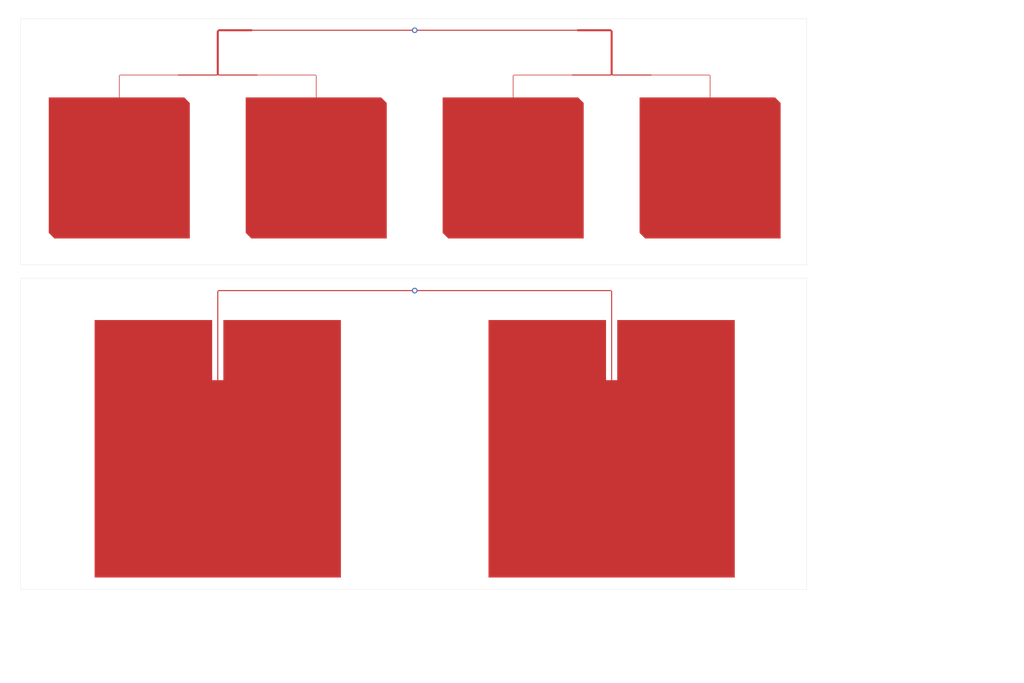
<source format=kicad_pcb>
(kicad_pcb (version 20160815) (host pcbnew no-vcs-found-7520~57~ubuntu14.04.1)

  (general
    (links 0)
    (no_connects 2)
    (area 50.699999 50.699999 508.100001 355.700001)
    (thickness 1.6)
    (drawings 13)
    (tracks 0)
    (zones 0)
    (modules 10)
    (nets 2)
  )

  (page A0)
  (layers
    (0 F.Cu signal)
    (31 B.Cu signal)
    (32 B.Adhes user)
    (33 F.Adhes user)
    (34 B.Paste user)
    (35 F.Paste user)
    (36 B.SilkS user)
    (37 F.SilkS user)
    (38 B.Mask user)
    (39 F.Mask user)
    (40 Dwgs.User user)
    (41 Cmts.User user)
    (42 Eco1.User user)
    (43 Eco2.User user)
    (44 Edge.Cuts user)
    (45 Margin user)
    (46 B.CrtYd user)
    (47 F.CrtYd user)
    (48 B.Fab user)
    (49 F.Fab user)
  )

  (setup
    (last_trace_width 0.2)
    (trace_clearance 0.2)
    (zone_clearance 0.508)
    (zone_45_only no)
    (trace_min 0.2)
    (segment_width 0.2)
    (edge_width 0.15)
    (via_size 0.8)
    (via_drill 0.4)
    (via_min_size 0.4)
    (via_min_drill 0.3)
    (uvia_size 0.3)
    (uvia_drill 0.1)
    (uvias_allowed no)
    (uvia_min_size 0.2)
    (uvia_min_drill 0.1)
    (pcb_text_width 0.3)
    (pcb_text_size 1.5 1.5)
    (mod_edge_width 0.15)
    (mod_text_size 1 1)
    (mod_text_width 0.15)
    (pad_size 1.524 1.524)
    (pad_drill 0.762)
    (pad_to_mask_clearance 0)
    (aux_axis_origin 0 0)
    (visible_elements FFFFFF7F)
    (pcbplotparams
      (layerselection 0x01000_7fffffff)
      (usegerberextensions true)
      (excludeedgelayer true)
      (linewidth 0.100000)
      (plotframeref false)
      (viasonmask false)
      (mode 1)
      (useauxorigin false)
      (hpglpennumber 1)
      (hpglpenspeed 20)
      (hpglpendiameter 15)
      (psnegative false)
      (psa4output false)
      (plotreference true)
      (plotvalue true)
      (plotinvisibletext false)
      (padsonsilk false)
      (subtractmaskfromsilk false)
      (outputformat 1)
      (mirror false)
      (drillshape 0)
      (scaleselection 1)
      (outputdirectory ""))
  )

  (net 0 "")
  (net 1 Antennas)

  (net_class Default ""
    (clearance 0.2)
    (trace_width 0.2)
    (via_dia 0.8)
    (via_drill 0.4)
    (uvia_dia 0.3)
    (uvia_drill 0.1)
    (add_net Antennas)
  )

  (module X3 (layer F.Cu) (tedit 588ADD34) (tstamp 588ADE23)
    (at 65 309)
    (fp_text reference "" (at 0 0) (layer F.SilkS)
      (effects (font (thickness 0.15)))
    )
    (fp_text value "" (at 0 0) (layer F.SilkS)
      (effects (font (thickness 0.15)))
    )
    (pad "" np_thru_hole circle (at 0 0) (size 2.9 2.9) (drill 2.9) (layers *.Cu *.Mask)
      (zone_connect 2))
  )

  (module X3 (layer F.Cu) (tedit 588ADD34) (tstamp 588ADE1F)
    (at 406 309)
    (fp_text reference "" (at 0 0) (layer F.SilkS)
      (effects (font (thickness 0.15)))
    )
    (fp_text value "" (at 0 0) (layer F.SilkS)
      (effects (font (thickness 0.15)))
    )
    (pad "" np_thru_hole circle (at 0 0) (size 2.9 2.9) (drill 2.9) (layers *.Cu *.Mask)
      (zone_connect 2))
  )

  (module X3 (layer F.Cu) (tedit 588ADD34) (tstamp 588ADE1B)
    (at 65 180)
    (fp_text reference "" (at 0 0) (layer F.SilkS)
      (effects (font (thickness 0.15)))
    )
    (fp_text value "" (at 0 0) (layer F.SilkS)
      (effects (font (thickness 0.15)))
    )
    (pad "" np_thru_hole circle (at 0 0) (size 2.9 2.9) (drill 2.9) (layers *.Cu *.Mask)
      (zone_connect 2))
  )

  (module X3 (layer F.Cu) (tedit 588ADD34) (tstamp 588ADE17)
    (at 406 180)
    (fp_text reference "" (at 0 0) (layer F.SilkS)
      (effects (font (thickness 0.15)))
    )
    (fp_text value "" (at 0 0) (layer F.SilkS)
      (effects (font (thickness 0.15)))
    )
    (pad "" np_thru_hole circle (at 0 0) (size 2.9 2.9) (drill 2.9) (layers *.Cu *.Mask)
      (zone_connect 2))
  )

  (module X3 (layer F.Cu) (tedit 588ADD34) (tstamp 588ADDDA)
    (at 406 64)
    (fp_text reference "" (at 0 0) (layer F.SilkS)
      (effects (font (thickness 0.15)))
    )
    (fp_text value "" (at 0 0) (layer F.SilkS)
      (effects (font (thickness 0.15)))
    )
    (pad "" np_thru_hole circle (at 0 0) (size 2.9 2.9) (drill 2.9) (layers *.Cu *.Mask)
      (zone_connect 2))
  )

  (module X3 (layer F.Cu) (tedit 588ADD34) (tstamp 588ADDD0)
    (at 406 164)
    (fp_text reference "" (at 0 0) (layer F.SilkS)
      (effects (font (thickness 0.15)))
    )
    (fp_text value "" (at 0 0) (layer F.SilkS)
      (effects (font (thickness 0.15)))
    )
    (pad "" np_thru_hole circle (at 0 0) (size 2.9 2.9) (drill 2.9) (layers *.Cu *.Mask)
      (zone_connect 2))
  )

  (module X3 (layer F.Cu) (tedit 588ADD34) (tstamp 588ADDCC)
    (at 65 164)
    (fp_text reference "" (at 0 0) (layer F.SilkS)
      (effects (font (thickness 0.15)))
    )
    (fp_text value "" (at 0 0) (layer F.SilkS)
      (effects (font (thickness 0.15)))
    )
    (pad "" np_thru_hole circle (at 0 0) (size 2.9 2.9) (drill 2.9) (layers *.Cu *.Mask)
      (zone_connect 2))
  )

  (module X3 (layer F.Cu) (tedit 588ADD34) (tstamp 588ADDA8)
    (at 65 64)
    (fp_text reference "" (at 0 0) (layer F.SilkS)
      (effects (font (thickness 0.15)))
    )
    (fp_text value "" (at 0 0) (layer F.SilkS)
      (effects (font (thickness 0.15)))
    )
    (pad "" np_thru_hole circle (at 0 0) (size 2.9 2.9) (drill 2.9) (layers *.Cu *.Mask)
      (zone_connect 2))
  )

  (module X3 (layer F.Cu) (tedit 0) (tstamp 0)
    (at 235.9292 64.2127)
    (fp_text reference "" (at 0 0) (layer F.SilkS)
      (effects (font (thickness 0.15)))
    )
    (fp_text value "" (at 0 0) (layer F.SilkS)
      (effects (font (thickness 0.15)))
    )
    (pad 1 thru_hole circle (at 0 0) (size 2.5 2.5) (drill 1.5) (layers F.Cu)
      (net 1 Antennas) (zone_connect 2))
  )

  (module X2 (layer F.Cu) (tedit 0) (tstamp 0)
    (at 235.9292 180.5)
    (fp_text reference "" (at 0 0) (layer F.SilkS)
      (effects (font (thickness 0.15)))
    )
    (fp_text value "" (at 0 0) (layer F.SilkS)
      (effects (font (thickness 0.15)))
    )
    (pad 1 thru_hole circle (at 0 0) (size 2.5 2.5) (drill 1.5) (layers F.Cu)
      (net 1 Antennas) (zone_connect 2))
  )

  (gr_line (start 50.8 50.8) (end 50.8 50.8) (layer Dwgs.User) (width 0.2) (tstamp 588ADD2E))
  (gr_line (start 50.8 355.6) (end 50.8 50.8) (layer Dwgs.User) (width 0.2))
  (gr_line (start 508 355.6) (end 50.8 355.6) (layer Dwgs.User) (width 0.2))
  (gr_line (start 508 50.8) (end 508 355.6) (layer Dwgs.User) (width 0.2))
  (gr_line (start 50.8 50.8) (end 508 50.8) (layer Dwgs.User) (width 0.2))
  (gr_line (start 60 169) (end 60 59) (layer Edge.Cuts) (width 0.1))
  (gr_line (start 60 59) (end 411 59) (layer Edge.Cuts) (width 0.1))
  (gr_line (start 411 59) (end 411 169) (layer Edge.Cuts) (width 0.1))
  (gr_line (start 411 169) (end 60 169) (layer Edge.Cuts) (width 0.1))
  (gr_line (start 60 314) (end 60 175) (layer Edge.Cuts) (width 0.1))
  (gr_line (start 60 175) (end 411 175) (layer Edge.Cuts) (width 0.1))
  (gr_line (start 411 175) (end 411 314) (layer Edge.Cuts) (width 0.1))
  (gr_line (start 411 314) (end 60 314) (layer Edge.Cuts) (width 0.1))

  (zone (net 1) (net_name Antennas) (layer F.Cu) (tstamp 0) (hatch edge 0.5)
    (connect_pads (clearance 0.3))
    (min_thickness 0.05)
    (fill yes (arc_segments 32) (thermal_gap 0.3) (thermal_bridge_width 0.25))
    (polygon
      (pts
        (xy 236.4292 63.9887) (xy 308.5638 63.9887) (xy 308.5638 63.7707) (xy 323.5158 63.7707) (xy 324.3358 64.5907)
        (xy 324.3358 83.9887) (xy 341.6361 83.9887) (xy 341.6361 84.0752) (xy 367.6487 84.0752) (xy 368.0136 84.4401)
        (xy 368.0136 94.2127) (xy 396.8761 94.2127) (xy 399.3761 96.7127) (xy 399.3761 157.2127) (xy 338.8761 157.2127)
        (xy 336.3761 154.7127) (xy 336.3761 94.2127) (xy 367.7386 94.2127) (xy 367.7386 84.3502) (xy 341.6361 84.3502)
        (xy 341.6361 84.4367) (xy 324.1815 84.4367) (xy 323.9575 84.2127) (xy 323.8301 84.2127) (xy 323.6061 84.4367)
        (xy 306.1515 84.4367) (xy 306.1515 84.3502) (xy 280.049 84.3502) (xy 280.049 94.2127) (xy 308.9115 94.2127)
        (xy 311.4115 96.7127) (xy 311.4115 157.2127) (xy 250.9115 157.2127) (xy 248.4115 154.7127) (xy 248.4115 94.2127)
        (xy 279.774 94.2127) (xy 279.774 84.4401) (xy 280.1389 84.0752) (xy 306.1515 84.0752) (xy 306.1515 83.9887)
        (xy 323.4518 83.9887) (xy 323.4518 64.6547) (xy 308.5638 64.6547) (xy 308.5638 64.4367) (xy 236.4292 64.4367)
        (xy 236.4292 64.7127) (xy 235.4292 64.7127) (xy 235.4292 64.4367) (xy 163.2946 64.4367) (xy 163.2946 64.6547)
        (xy 148.4066 64.6547) (xy 148.4066 83.9887) (xy 165.7069 83.9887) (xy 165.7069 84.0752) (xy 191.7195 84.0752)
        (xy 192.0844 84.4401) (xy 192.0844 94.2127) (xy 220.9469 94.2127) (xy 223.4469 96.7127) (xy 223.4469 157.2127)
        (xy 162.9469 157.2127) (xy 160.4469 154.7127) (xy 160.4469 94.2127) (xy 191.8094 94.2127) (xy 191.8094 84.3502)
        (xy 165.7069 84.3502) (xy 165.7069 84.4367) (xy 148.2523 84.4367) (xy 148.0283 84.2127) (xy 147.9009 84.2127)
        (xy 147.6769 84.4367) (xy 130.2223 84.4367) (xy 130.2223 84.3502) (xy 104.1198 84.3502) (xy 104.1198 94.2127)
        (xy 132.9823 94.2127) (xy 135.4823 96.7127) (xy 135.4823 157.2127) (xy 74.9823 157.2127) (xy 72.4823 154.7127)
        (xy 72.4823 94.2127) (xy 103.8448 94.2127) (xy 103.8448 84.4401) (xy 104.2097 84.0752) (xy 130.2223 84.0752)
        (xy 130.2223 83.9887) (xy 147.5226 83.9887) (xy 147.5226 64.5907) (xy 148.3426 63.7707) (xy 163.2946 63.7707)
        (xy 163.2946 63.9887) (xy 235.4292 63.9887) (xy 235.4292 63.7127) (xy 236.4292 63.7127)
      )
    )
    (filled_polygon
      (pts
        (xy 236.4042 63.9887) (xy 236.40468 63.993577) (xy 236.406103 63.998267) (xy 236.408413 64.002589) (xy 236.411522 64.006378)
        (xy 236.415311 64.009487) (xy 236.419633 64.011797) (xy 236.424323 64.01322) (xy 236.4292 64.0137) (xy 308.5638 64.0137)
        (xy 308.568677 64.01322) (xy 308.573367 64.011797) (xy 308.577689 64.009487) (xy 308.581478 64.006378) (xy 308.584587 64.002589)
        (xy 308.586897 63.998267) (xy 308.58832 63.993577) (xy 308.5888 63.9887) (xy 308.5888 63.7957) (xy 323.505444 63.7957)
        (xy 324.3108 64.601056) (xy 324.3108 83.9887) (xy 324.31128 83.993577) (xy 324.312703 83.998267) (xy 324.315013 84.002589)
        (xy 324.318122 84.006378) (xy 324.321911 84.009487) (xy 324.326233 84.011797) (xy 324.330923 84.01322) (xy 324.3358 84.0137)
        (xy 341.6111 84.0137) (xy 341.6111 84.0752) (xy 341.61158 84.080077) (xy 341.613003 84.084767) (xy 341.615313 84.089089)
        (xy 341.618422 84.092878) (xy 341.622211 84.095987) (xy 341.626533 84.098297) (xy 341.631223 84.09972) (xy 341.6361 84.1002)
        (xy 367.638344 84.1002) (xy 367.9886 84.450456) (xy 367.9886 94.2127) (xy 367.98908 94.217577) (xy 367.990503 94.222267)
        (xy 367.992813 94.226589) (xy 367.995922 94.230378) (xy 367.999711 94.233487) (xy 368.004033 94.235797) (xy 368.008723 94.23722)
        (xy 368.0136 94.2377) (xy 396.865744 94.2377) (xy 399.3511 96.723056) (xy 399.3511 157.1877) (xy 338.886456 157.1877)
        (xy 336.4011 154.702344) (xy 336.4011 94.2377) (xy 367.7386 94.2377) (xy 367.743477 94.23722) (xy 367.748167 94.235797)
        (xy 367.752489 94.233487) (xy 367.756278 94.230378) (xy 367.759387 94.226589) (xy 367.761697 94.222267) (xy 367.76312 94.217577)
        (xy 367.7636 94.2127) (xy 367.7636 84.3502) (xy 367.76312 84.345323) (xy 367.761697 84.340633) (xy 367.759387 84.336311)
        (xy 367.756278 84.332522) (xy 367.752489 84.329413) (xy 367.748167 84.327103) (xy 367.743477 84.32568) (xy 367.7386 84.3252)
        (xy 341.6361 84.3252) (xy 341.631223 84.32568) (xy 341.626533 84.327103) (xy 341.622211 84.329413) (xy 341.618422 84.332522)
        (xy 341.615313 84.336311) (xy 341.613003 84.340633) (xy 341.61158 84.345323) (xy 341.6111 84.3502) (xy 341.6111 84.4117)
        (xy 324.191856 84.4117) (xy 323.975178 84.195022) (xy 323.971389 84.191913) (xy 323.967067 84.189603) (xy 323.962377 84.18818)
        (xy 323.9575 84.1877) (xy 323.8301 84.1877) (xy 323.825223 84.18818) (xy 323.820533 84.189603) (xy 323.816211 84.191913)
        (xy 323.812422 84.195022) (xy 323.595744 84.4117) (xy 306.1765 84.4117) (xy 306.1765 84.3502) (xy 306.17602 84.345323)
        (xy 306.174597 84.340633) (xy 306.172287 84.336311) (xy 306.169178 84.332522) (xy 306.165389 84.329413) (xy 306.161067 84.327103)
        (xy 306.156377 84.32568) (xy 306.1515 84.3252) (xy 280.049 84.3252) (xy 280.044123 84.32568) (xy 280.039433 84.327103)
        (xy 280.035111 84.329413) (xy 280.031322 84.332522) (xy 280.028213 84.336311) (xy 280.025903 84.340633) (xy 280.02448 84.345323)
        (xy 280.024 84.3502) (xy 280.024 94.2127) (xy 280.02448 94.217577) (xy 280.025903 94.222267) (xy 280.028213 94.226589)
        (xy 280.031322 94.230378) (xy 280.035111 94.233487) (xy 280.039433 94.235797) (xy 280.044123 94.23722) (xy 280.049 94.2377)
        (xy 308.901144 94.2377) (xy 311.3865 96.723056) (xy 311.3865 157.1877) (xy 250.921856 157.1877) (xy 248.4365 154.702344)
        (xy 248.4365 94.2377) (xy 279.774 94.2377) (xy 279.778877 94.23722) (xy 279.783567 94.235797) (xy 279.787889 94.233487)
        (xy 279.791678 94.230378) (xy 279.794787 94.226589) (xy 279.797097 94.222267) (xy 279.79852 94.217577) (xy 279.799 94.2127)
        (xy 279.799 84.450456) (xy 280.149256 84.1002) (xy 306.1515 84.1002) (xy 306.156377 84.09972) (xy 306.161067 84.098297)
        (xy 306.165389 84.095987) (xy 306.169178 84.092878) (xy 306.172287 84.089089) (xy 306.174597 84.084767) (xy 306.17602 84.080077)
        (xy 306.1765 84.0752) (xy 306.1765 84.0137) (xy 323.4518 84.0137) (xy 323.456677 84.01322) (xy 323.461367 84.011797)
        (xy 323.465689 84.009487) (xy 323.469478 84.006378) (xy 323.472587 84.002589) (xy 323.474897 83.998267) (xy 323.47632 83.993577)
        (xy 323.4768 83.9887) (xy 323.4768 64.6547) (xy 323.47632 64.649823) (xy 323.474897 64.645133) (xy 323.472587 64.640811)
        (xy 323.469478 64.637022) (xy 323.465689 64.633913) (xy 323.461367 64.631603) (xy 323.456677 64.63018) (xy 323.4518 64.6297)
        (xy 308.5888 64.6297) (xy 308.5888 64.4367) (xy 308.58832 64.431823) (xy 308.586897 64.427133) (xy 308.584587 64.422811)
        (xy 308.581478 64.419022) (xy 308.577689 64.415913) (xy 308.573367 64.413603) (xy 308.568677 64.41218) (xy 308.5638 64.4117)
        (xy 236.4292 64.4117) (xy 236.424323 64.41218) (xy 236.419633 64.413603) (xy 236.415311 64.415913) (xy 236.411522 64.419022)
        (xy 236.408413 64.422811) (xy 236.406103 64.427133) (xy 236.40468 64.431823) (xy 236.4042 64.4367) (xy 236.4042 64.6877)
        (xy 235.4542 64.6877) (xy 235.4542 64.4367) (xy 235.45372 64.431823) (xy 235.452297 64.427133) (xy 235.449987 64.422811)
        (xy 235.446878 64.419022) (xy 235.443089 64.415913) (xy 235.438767 64.413603) (xy 235.434077 64.41218) (xy 235.4292 64.4117)
        (xy 163.2946 64.4117) (xy 163.289723 64.41218) (xy 163.285033 64.413603) (xy 163.280711 64.415913) (xy 163.276922 64.419022)
        (xy 163.273813 64.422811) (xy 163.271503 64.427133) (xy 163.27008 64.431823) (xy 163.2696 64.4367) (xy 163.2696 64.6297)
        (xy 148.4066 64.6297) (xy 148.401723 64.63018) (xy 148.397033 64.631603) (xy 148.392711 64.633913) (xy 148.388922 64.637022)
        (xy 148.385813 64.640811) (xy 148.383503 64.645133) (xy 148.38208 64.649823) (xy 148.3816 64.6547) (xy 148.3816 83.9887)
        (xy 148.38208 83.993577) (xy 148.383503 83.998267) (xy 148.385813 84.002589) (xy 148.388922 84.006378) (xy 148.392711 84.009487)
        (xy 148.397033 84.011797) (xy 148.401723 84.01322) (xy 148.4066 84.0137) (xy 165.6819 84.0137) (xy 165.6819 84.0752)
        (xy 165.68238 84.080077) (xy 165.683803 84.084767) (xy 165.686113 84.089089) (xy 165.689222 84.092878) (xy 165.693011 84.095987)
        (xy 165.697333 84.098297) (xy 165.702023 84.09972) (xy 165.7069 84.1002) (xy 191.709144 84.1002) (xy 192.0594 84.450456)
        (xy 192.0594 94.2127) (xy 192.05988 94.217577) (xy 192.061303 94.222267) (xy 192.063613 94.226589) (xy 192.066722 94.230378)
        (xy 192.070511 94.233487) (xy 192.074833 94.235797) (xy 192.079523 94.23722) (xy 192.0844 94.2377) (xy 220.936544 94.2377)
        (xy 223.4219 96.723056) (xy 223.4219 157.1877) (xy 162.957256 157.1877) (xy 160.4719 154.702344) (xy 160.4719 94.2377)
        (xy 191.8094 94.2377) (xy 191.814277 94.23722) (xy 191.818967 94.235797) (xy 191.823289 94.233487) (xy 191.827078 94.230378)
        (xy 191.830187 94.226589) (xy 191.832497 94.222267) (xy 191.83392 94.217577) (xy 191.8344 94.2127) (xy 191.8344 84.3502)
        (xy 191.83392 84.345323) (xy 191.832497 84.340633) (xy 191.830187 84.336311) (xy 191.827078 84.332522) (xy 191.823289 84.329413)
        (xy 191.818967 84.327103) (xy 191.814277 84.32568) (xy 191.8094 84.3252) (xy 165.7069 84.3252) (xy 165.702023 84.32568)
        (xy 165.697333 84.327103) (xy 165.693011 84.329413) (xy 165.689222 84.332522) (xy 165.686113 84.336311) (xy 165.683803 84.340633)
        (xy 165.68238 84.345323) (xy 165.6819 84.3502) (xy 165.6819 84.4117) (xy 148.262656 84.4117) (xy 148.045978 84.195022)
        (xy 148.042189 84.191913) (xy 148.037867 84.189603) (xy 148.033177 84.18818) (xy 148.0283 84.1877) (xy 147.9009 84.1877)
        (xy 147.896023 84.18818) (xy 147.891333 84.189603) (xy 147.887011 84.191913) (xy 147.883222 84.195022) (xy 147.666544 84.4117)
        (xy 130.2473 84.4117) (xy 130.2473 84.3502) (xy 130.24682 84.345323) (xy 130.245397 84.340633) (xy 130.243087 84.336311)
        (xy 130.239978 84.332522) (xy 130.236189 84.329413) (xy 130.231867 84.327103) (xy 130.227177 84.32568) (xy 130.2223 84.3252)
        (xy 104.1198 84.3252) (xy 104.114923 84.32568) (xy 104.110233 84.327103) (xy 104.105911 84.329413) (xy 104.102122 84.332522)
        (xy 104.099013 84.336311) (xy 104.096703 84.340633) (xy 104.09528 84.345323) (xy 104.0948 84.3502) (xy 104.0948 94.2127)
        (xy 104.09528 94.217577) (xy 104.096703 94.222267) (xy 104.099013 94.226589) (xy 104.102122 94.230378) (xy 104.105911 94.233487)
        (xy 104.110233 94.235797) (xy 104.114923 94.23722) (xy 104.1198 94.2377) (xy 132.971944 94.2377) (xy 135.4573 96.723056)
        (xy 135.4573 157.1877) (xy 74.992656 157.1877) (xy 72.5073 154.702344) (xy 72.5073 94.2377) (xy 103.8448 94.2377)
        (xy 103.849677 94.23722) (xy 103.854367 94.235797) (xy 103.858689 94.233487) (xy 103.862478 94.230378) (xy 103.865587 94.226589)
        (xy 103.867897 94.222267) (xy 103.86932 94.217577) (xy 103.8698 94.2127) (xy 103.8698 84.450456) (xy 104.220056 84.1002)
        (xy 130.2223 84.1002) (xy 130.227177 84.09972) (xy 130.231867 84.098297) (xy 130.236189 84.095987) (xy 130.239978 84.092878)
        (xy 130.243087 84.089089) (xy 130.245397 84.084767) (xy 130.24682 84.080077) (xy 130.2473 84.0752) (xy 130.2473 84.0137)
        (xy 147.5226 84.0137) (xy 147.527477 84.01322) (xy 147.532167 84.011797) (xy 147.536489 84.009487) (xy 147.540278 84.006378)
        (xy 147.543387 84.002589) (xy 147.545697 83.998267) (xy 147.54712 83.993577) (xy 147.5476 83.9887) (xy 147.5476 64.601056)
        (xy 148.352956 63.7957) (xy 163.2696 63.7957) (xy 163.2696 63.9887) (xy 163.27008 63.993577) (xy 163.271503 63.998267)
        (xy 163.273813 64.002589) (xy 163.276922 64.006378) (xy 163.280711 64.009487) (xy 163.285033 64.011797) (xy 163.289723 64.01322)
        (xy 163.2946 64.0137) (xy 235.4292 64.0137) (xy 235.434077 64.01322) (xy 235.438767 64.011797) (xy 235.443089 64.009487)
        (xy 235.446878 64.006378) (xy 235.449987 64.002589) (xy 235.452297 63.998267) (xy 235.45372 63.993577) (xy 235.4542 63.9887)
        (xy 235.4542 63.7377) (xy 236.4042 63.7377)
      )
    )
  )
  (zone (net 1) (net_name Antennas) (layer F.Cu) (tstamp 0) (hatch edge 0.5)
    (connect_pads (clearance 0.3))
    (min_thickness 0.05)
    (fill yes (arc_segments 32) (thermal_gap 0.3) (thermal_bridge_width 0.25))
    (polygon
      (pts
        (xy 236.4292 180.276) (xy 323.6061 180.276) (xy 324.1178 180.7877) (xy 324.1178 220.5) (xy 326.3938 220.5)
        (xy 326.3938 193.6418) (xy 378.8938 193.6418) (xy 378.8938 308.6418) (xy 268.8938 308.6418) (xy 268.8938 193.6418)
        (xy 321.3938 193.6418) (xy 321.3938 220.5) (xy 323.6698 220.5) (xy 323.6698 180.724) (xy 236.4292 180.724)
        (xy 236.4292 181) (xy 235.4292 181) (xy 235.4292 180.724) (xy 148.1886 180.724) (xy 148.1886 220.5)
        (xy 150.4646 220.5) (xy 150.4646 193.6418) (xy 202.9646 193.6418) (xy 202.9646 308.6418) (xy 92.9646 308.6418)
        (xy 92.9646 193.6418) (xy 145.4646 193.6418) (xy 145.4646 220.5) (xy 147.7406 220.5) (xy 147.7406 180.7877)
        (xy 148.2523 180.276) (xy 235.4292 180.276) (xy 235.4292 180) (xy 236.4292 180)
      )
    )
    (filled_polygon
      (pts
        (xy 236.4042 180.276) (xy 236.40468 180.280877) (xy 236.406103 180.285567) (xy 236.408413 180.289889) (xy 236.411522 180.293678)
        (xy 236.415311 180.296787) (xy 236.419633 180.299097) (xy 236.424323 180.30052) (xy 236.4292 180.301) (xy 323.595744 180.301)
        (xy 324.0928 180.798056) (xy 324.0928 220.5) (xy 324.09328 220.504877) (xy 324.094703 220.509567) (xy 324.097013 220.513889)
        (xy 324.100122 220.517678) (xy 324.103911 220.520787) (xy 324.108233 220.523097) (xy 324.112923 220.52452) (xy 324.1178 220.525)
        (xy 326.3938 220.525) (xy 326.398677 220.52452) (xy 326.403367 220.523097) (xy 326.407689 220.520787) (xy 326.411478 220.517678)
        (xy 326.414587 220.513889) (xy 326.416897 220.509567) (xy 326.41832 220.504877) (xy 326.4188 220.5) (xy 326.4188 193.6668)
        (xy 378.8688 193.6668) (xy 378.8688 308.6168) (xy 268.9188 308.6168) (xy 268.9188 193.6668) (xy 321.3688 193.6668)
        (xy 321.3688 220.5) (xy 321.36928 220.504877) (xy 321.370703 220.509567) (xy 321.373013 220.513889) (xy 321.376122 220.517678)
        (xy 321.379911 220.520787) (xy 321.384233 220.523097) (xy 321.388923 220.52452) (xy 321.3938 220.525) (xy 323.6698 220.525)
        (xy 323.674677 220.52452) (xy 323.679367 220.523097) (xy 323.683689 220.520787) (xy 323.687478 220.517678) (xy 323.690587 220.513889)
        (xy 323.692897 220.509567) (xy 323.69432 220.504877) (xy 323.6948 220.5) (xy 323.6948 180.724) (xy 323.69432 180.719123)
        (xy 323.692897 180.714433) (xy 323.690587 180.710111) (xy 323.687478 180.706322) (xy 323.683689 180.703213) (xy 323.679367 180.700903)
        (xy 323.674677 180.69948) (xy 323.6698 180.699) (xy 236.4292 180.699) (xy 236.424323 180.69948) (xy 236.419633 180.700903)
        (xy 236.415311 180.703213) (xy 236.411522 180.706322) (xy 236.408413 180.710111) (xy 236.406103 180.714433) (xy 236.40468 180.719123)
        (xy 236.4042 180.724) (xy 236.4042 180.975) (xy 235.4542 180.975) (xy 235.4542 180.724) (xy 235.45372 180.719123)
        (xy 235.452297 180.714433) (xy 235.449987 180.710111) (xy 235.446878 180.706322) (xy 235.443089 180.703213) (xy 235.438767 180.700903)
        (xy 235.434077 180.69948) (xy 235.4292 180.699) (xy 148.1886 180.699) (xy 148.183723 180.69948) (xy 148.179033 180.700903)
        (xy 148.174711 180.703213) (xy 148.170922 180.706322) (xy 148.167813 180.710111) (xy 148.165503 180.714433) (xy 148.16408 180.719123)
        (xy 148.1636 180.724) (xy 148.1636 220.5) (xy 148.16408 220.504877) (xy 148.165503 220.509567) (xy 148.167813 220.513889)
        (xy 148.170922 220.517678) (xy 148.174711 220.520787) (xy 148.179033 220.523097) (xy 148.183723 220.52452) (xy 148.1886 220.525)
        (xy 150.4646 220.525) (xy 150.469477 220.52452) (xy 150.474167 220.523097) (xy 150.478489 220.520787) (xy 150.482278 220.517678)
        (xy 150.485387 220.513889) (xy 150.487697 220.509567) (xy 150.48912 220.504877) (xy 150.4896 220.5) (xy 150.4896 193.6668)
        (xy 202.9396 193.6668) (xy 202.9396 308.6168) (xy 92.9896 308.6168) (xy 92.9896 193.6668) (xy 145.4396 193.6668)
        (xy 145.4396 220.5) (xy 145.44008 220.504877) (xy 145.441503 220.509567) (xy 145.443813 220.513889) (xy 145.446922 220.517678)
        (xy 145.450711 220.520787) (xy 145.455033 220.523097) (xy 145.459723 220.52452) (xy 145.4646 220.525) (xy 147.7406 220.525)
        (xy 147.745477 220.52452) (xy 147.750167 220.523097) (xy 147.754489 220.520787) (xy 147.758278 220.517678) (xy 147.761387 220.513889)
        (xy 147.763697 220.509567) (xy 147.76512 220.504877) (xy 147.7656 220.5) (xy 147.7656 180.798056) (xy 148.262656 180.301)
        (xy 235.4292 180.301) (xy 235.434077 180.30052) (xy 235.438767 180.299097) (xy 235.443089 180.296787) (xy 235.446878 180.293678)
        (xy 235.449987 180.289889) (xy 235.452297 180.285567) (xy 235.45372 180.280877) (xy 235.4542 180.276) (xy 235.4542 180.025)
        (xy 236.4042 180.025)
      )
    )
  )
)

</source>
